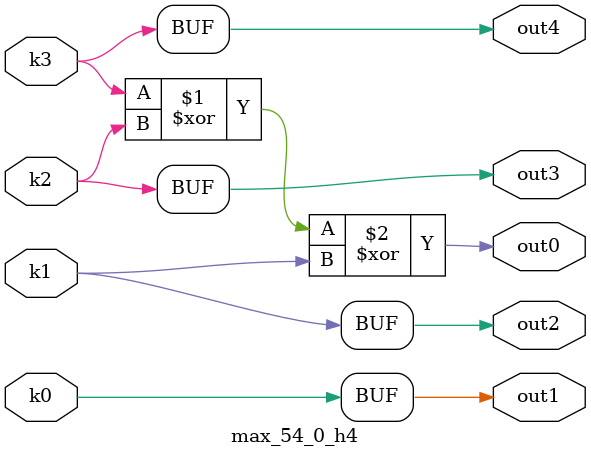
<source format=v>
module max_54_0(pi0, pi1, pi2, pi3, pi4, pi5, pi6, pi7, po0, po1, po2, po3, po4);
input pi0, pi1, pi2, pi3, pi4, pi5, pi6, pi7;
output po0, po1, po2, po3, po4;
wire k0, k1, k2, k3;
max_54_0_w4 DUT1 (pi0, pi1, pi2, pi3, pi4, pi5, pi6, pi7, k0, k1, k2, k3);
max_54_0_h4 DUT2 (k0, k1, k2, k3, po0, po1, po2, po3, po4);
endmodule

module max_54_0_w4(in7, in6, in5, in4, in3, in2, in1, in0, k3, k2, k1, k0);
input in7, in6, in5, in4, in3, in2, in1, in0;
output k3, k2, k1, k0;
assign k0 =   in0 ? ~in6 : ~in3;
assign k1 =   in0 ? ~in7 : ~in4;
assign k2 =   ((in5 | ~in2) & ((~in1 & (in6 | ~in3) & (in7 | ~in4)) | (in6 & ~in3))) | (in5 & ~in2);
assign k3 =   ~in4 & in7;
endmodule

module max_54_0_h4(k3, k2, k1, k0, out4, out3, out2, out1, out0);
input k3, k2, k1, k0;
output out4, out3, out2, out1, out0;
assign out0 = k3 ^ k2 ^ k1;
assign out1 = k0;
assign out2 = k1;
assign out3 = k2;
assign out4 = k3;
endmodule

</source>
